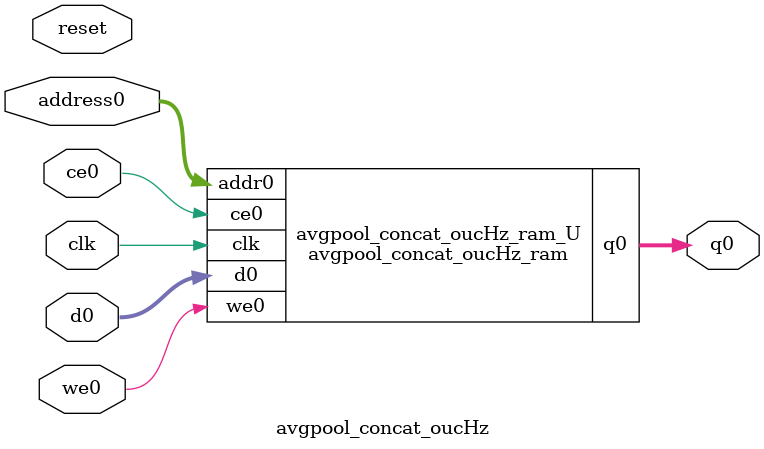
<source format=v>
`timescale 1 ns / 1 ps
module avgpool_concat_oucHz_ram (addr0, ce0, d0, we0, q0,  clk);

parameter DWIDTH = 16;
parameter AWIDTH = 8;
parameter MEM_SIZE = 256;

input[AWIDTH-1:0] addr0;
input ce0;
input[DWIDTH-1:0] d0;
input we0;
output reg[DWIDTH-1:0] q0;
input clk;

(* ram_style = "block" *)reg [DWIDTH-1:0] ram[0:MEM_SIZE-1];




always @(posedge clk)  
begin 
    if (ce0) begin
        if (we0) 
            ram[addr0] <= d0; 
        q0 <= ram[addr0];
    end
end


endmodule

`timescale 1 ns / 1 ps
module avgpool_concat_oucHz(
    reset,
    clk,
    address0,
    ce0,
    we0,
    d0,
    q0);

parameter DataWidth = 32'd16;
parameter AddressRange = 32'd256;
parameter AddressWidth = 32'd8;
input reset;
input clk;
input[AddressWidth - 1:0] address0;
input ce0;
input we0;
input[DataWidth - 1:0] d0;
output[DataWidth - 1:0] q0;



avgpool_concat_oucHz_ram avgpool_concat_oucHz_ram_U(
    .clk( clk ),
    .addr0( address0 ),
    .ce0( ce0 ),
    .we0( we0 ),
    .d0( d0 ),
    .q0( q0 ));

endmodule


</source>
